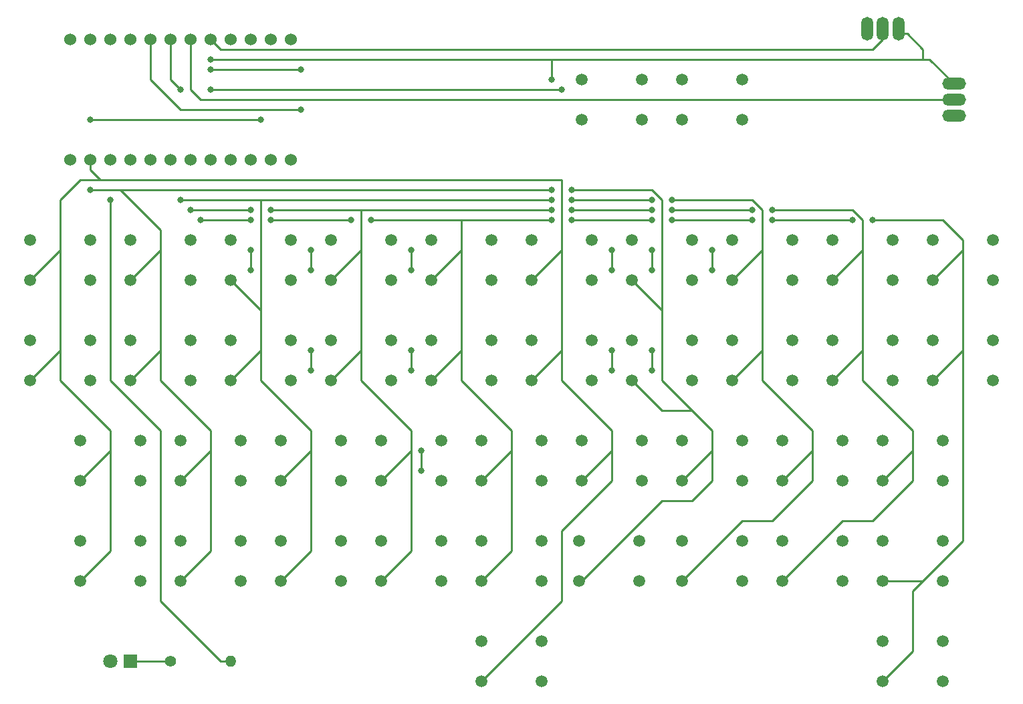
<source format=gbr>
%TF.GenerationSoftware,KiCad,Pcbnew,(6.0.1)*%
%TF.CreationDate,2022-06-29T12:54:24+01:00*%
%TF.ProjectId,Keyboard_mouse,4b657962-6f61-4726-945f-6d6f7573652e,rev?*%
%TF.SameCoordinates,Original*%
%TF.FileFunction,Copper,L1,Top*%
%TF.FilePolarity,Positive*%
%FSLAX46Y46*%
G04 Gerber Fmt 4.6, Leading zero omitted, Abs format (unit mm)*
G04 Created by KiCad (PCBNEW (6.0.1)) date 2022-06-29 12:54:24*
%MOMM*%
%LPD*%
G01*
G04 APERTURE LIST*
%TA.AperFunction,ComponentPad*%
%ADD10R,1.800000X1.800000*%
%TD*%
%TA.AperFunction,ComponentPad*%
%ADD11C,1.800000*%
%TD*%
%TA.AperFunction,ComponentPad*%
%ADD12C,1.400000*%
%TD*%
%TA.AperFunction,ComponentPad*%
%ADD13O,1.400000X1.400000*%
%TD*%
%TA.AperFunction,ComponentPad*%
%ADD14C,1.500000*%
%TD*%
%TA.AperFunction,ComponentPad*%
%ADD15C,1.524000*%
%TD*%
%TA.AperFunction,ComponentPad*%
%ADD16O,1.500000X3.000000*%
%TD*%
%TA.AperFunction,ComponentPad*%
%ADD17O,3.000000X1.500000*%
%TD*%
%TA.AperFunction,ViaPad*%
%ADD18C,0.800000*%
%TD*%
%TA.AperFunction,Conductor*%
%ADD19C,0.254000*%
%TD*%
G04 APERTURE END LIST*
D10*
%TO.P,D1,1,K*%
%TO.N,Net-(D1-Pad1)*%
X87630000Y-137160000D03*
D11*
%TO.P,D1,2,A*%
%TO.N,/16*%
X85090000Y-137160000D03*
%TD*%
D12*
%TO.P,R1,1*%
%TO.N,Net-(D1-Pad1)*%
X92710000Y-137160000D03*
D13*
%TO.P,R1,2*%
%TO.N,GND*%
X100330000Y-137160000D03*
%TD*%
D14*
%TO.P,SW26,1,1*%
%TO.N,/1*%
X151130000Y-88900000D03*
%TO.P,SW26,2,2*%
%TO.N,/9*%
X158750000Y-83820000D03*
%TO.P,SW26,3,3*%
%TO.N,unconnected-(SW26-Pad3)*%
X158750000Y-88900000D03*
%TO.P,SW26,4,4*%
%TO.N,unconnected-(SW26-Pad4)*%
X151130000Y-83820000D03*
%TD*%
%TO.P,SW22,1,1*%
%TO.N,/0*%
X138430000Y-88900000D03*
%TO.P,SW22,2,2*%
%TO.N,/9*%
X146050000Y-83820000D03*
%TO.P,SW22,3,3*%
%TO.N,unconnected-(SW22-Pad3)*%
X146050000Y-88900000D03*
%TO.P,SW22,4,4*%
%TO.N,unconnected-(SW22-Pad4)*%
X138430000Y-83820000D03*
%TD*%
%TO.P,SW23,1,1*%
%TO.N,/0*%
X138430000Y-101600000D03*
%TO.P,SW23,2,2*%
%TO.N,/10*%
X146050000Y-96520000D03*
%TO.P,SW23,3,3*%
%TO.N,unconnected-(SW23-Pad3)*%
X146050000Y-101600000D03*
%TO.P,SW23,4,4*%
%TO.N,unconnected-(SW23-Pad4)*%
X138430000Y-96520000D03*
%TD*%
%TO.P,SW3,1,1*%
%TO.N,/0*%
X81280000Y-114300000D03*
%TO.P,SW3,2,2*%
%TO.N,/7*%
X88900000Y-109220000D03*
%TO.P,SW3,3,3*%
%TO.N,unconnected-(SW3-Pad3)*%
X88900000Y-114300000D03*
%TO.P,SW3,4,4*%
%TO.N,unconnected-(SW3-Pad4)*%
X81280000Y-109220000D03*
%TD*%
%TO.P,SW42,1,1*%
%TO.N,VCC*%
X157480000Y-68580000D03*
%TO.P,SW42,2,2*%
%TO.N,/RIGHT*%
X165100000Y-63500000D03*
%TO.P,SW42,3,3*%
%TO.N,unconnected-(SW42-Pad3)*%
X165100000Y-68580000D03*
%TO.P,SW42,4,4*%
%TO.N,unconnected-(SW42-Pad4)*%
X157480000Y-63500000D03*
%TD*%
%TO.P,SW27,1,1*%
%TO.N,/1*%
X151130000Y-101600000D03*
%TO.P,SW27,2,2*%
%TO.N,/10*%
X158750000Y-96520000D03*
%TO.P,SW27,3,3*%
%TO.N,unconnected-(SW27-Pad3)*%
X158750000Y-101600000D03*
%TO.P,SW27,4,4*%
%TO.N,unconnected-(SW27-Pad4)*%
X151130000Y-96520000D03*
%TD*%
%TO.P,SW39,1,1*%
%TO.N,/4*%
X189230000Y-88900000D03*
%TO.P,SW39,2,2*%
%TO.N,/9*%
X196850000Y-83820000D03*
%TO.P,SW39,3,3*%
%TO.N,unconnected-(SW39-Pad3)*%
X196850000Y-88900000D03*
%TO.P,SW39,4,4*%
%TO.N,unconnected-(SW39-Pad4)*%
X189230000Y-83820000D03*
%TD*%
%TO.P,SW13,1,1*%
%TO.N,/3*%
X113030000Y-88900000D03*
%TO.P,SW13,2,2*%
%TO.N,/5*%
X120650000Y-83820000D03*
%TO.P,SW13,3,3*%
%TO.N,unconnected-(SW13-Pad3)*%
X120650000Y-88900000D03*
%TO.P,SW13,4,4*%
%TO.N,unconnected-(SW13-Pad4)*%
X113030000Y-83820000D03*
%TD*%
%TO.P,SW10,1,1*%
%TO.N,/2*%
X100330000Y-101600000D03*
%TO.P,SW10,2,2*%
%TO.N,/6*%
X107950000Y-96520000D03*
%TO.P,SW10,3,3*%
%TO.N,unconnected-(SW10-Pad3)*%
X107950000Y-101600000D03*
%TO.P,SW10,4,4*%
%TO.N,unconnected-(SW10-Pad4)*%
X100330000Y-96520000D03*
%TD*%
%TO.P,SW6,1,1*%
%TO.N,/1*%
X87630000Y-101600000D03*
%TO.P,SW6,2,2*%
%TO.N,/6*%
X95250000Y-96520000D03*
%TO.P,SW6,3,3*%
%TO.N,unconnected-(SW6-Pad3)*%
X95250000Y-101600000D03*
%TO.P,SW6,4,4*%
%TO.N,unconnected-(SW6-Pad4)*%
X87630000Y-96520000D03*
%TD*%
%TO.P,SW32,1,1*%
%TO.N,/2*%
X170180000Y-114300000D03*
%TO.P,SW32,2,2*%
%TO.N,/14*%
X177800000Y-109220000D03*
%TO.P,SW32,3,3*%
%TO.N,unconnected-(SW32-Pad3)*%
X177800000Y-114300000D03*
%TO.P,SW32,4,4*%
%TO.N,unconnected-(SW32-Pad4)*%
X170180000Y-109220000D03*
%TD*%
%TO.P,SW24,1,1*%
%TO.N,/0*%
X144780000Y-114300000D03*
%TO.P,SW24,2,2*%
%TO.N,/14*%
X152400000Y-109220000D03*
%TO.P,SW24,3,3*%
%TO.N,unconnected-(SW24-Pad3)*%
X152400000Y-114300000D03*
%TO.P,SW24,4,4*%
%TO.N,unconnected-(SW24-Pad4)*%
X144780000Y-109220000D03*
%TD*%
%TO.P,SW15,1,1*%
%TO.N,/3*%
X119380000Y-114300000D03*
%TO.P,SW15,2,2*%
%TO.N,/7*%
X127000000Y-109220000D03*
%TO.P,SW15,3,3*%
%TO.N,unconnected-(SW15-Pad3)*%
X127000000Y-114300000D03*
%TO.P,SW15,4,4*%
%TO.N,unconnected-(SW15-Pad4)*%
X119380000Y-109220000D03*
%TD*%
%TO.P,SW4,1,1*%
%TO.N,/0*%
X81280000Y-127000000D03*
%TO.P,SW4,2,2*%
%TO.N,/8*%
X88900000Y-121920000D03*
%TO.P,SW4,3,3*%
%TO.N,unconnected-(SW4-Pad3)*%
X88900000Y-127000000D03*
%TO.P,SW4,4,4*%
%TO.N,unconnected-(SW4-Pad4)*%
X81280000Y-121920000D03*
%TD*%
%TO.P,SW16,1,1*%
%TO.N,/3*%
X119380000Y-127000000D03*
%TO.P,SW16,2,2*%
%TO.N,/8*%
X127000000Y-121920000D03*
%TO.P,SW16,3,3*%
%TO.N,unconnected-(SW16-Pad3)*%
X127000000Y-127000000D03*
%TO.P,SW16,4,4*%
%TO.N,unconnected-(SW16-Pad4)*%
X119380000Y-121920000D03*
%TD*%
%TO.P,SW41,1,1*%
%TO.N,VCC*%
X144780000Y-68580000D03*
%TO.P,SW41,2,2*%
%TO.N,/LEFT*%
X152400000Y-63500000D03*
%TO.P,SW41,3,3*%
%TO.N,unconnected-(SW41-Pad3)*%
X152400000Y-68580000D03*
%TO.P,SW41,4,4*%
%TO.N,unconnected-(SW41-Pad4)*%
X144780000Y-63500000D03*
%TD*%
%TO.P,SW28,1,1*%
%TO.N,/1*%
X157480000Y-114300000D03*
%TO.P,SW28,2,2*%
%TO.N,/14*%
X165100000Y-109220000D03*
%TO.P,SW28,3,3*%
%TO.N,unconnected-(SW28-Pad3)*%
X165100000Y-114300000D03*
%TO.P,SW28,4,4*%
%TO.N,unconnected-(SW28-Pad4)*%
X157480000Y-109220000D03*
%TD*%
D15*
%TO.P,A1,0,RX1*%
%TO.N,/0*%
X82550000Y-73660000D03*
%TO.P,A1,1,TX0*%
%TO.N,/1*%
X80010000Y-73660000D03*
%TO.P,A1,2,2*%
%TO.N,/2*%
X90170000Y-73660000D03*
%TO.P,A1,3,3*%
%TO.N,/3*%
X92710000Y-73660000D03*
%TO.P,A1,4,4*%
%TO.N,/4*%
X95250000Y-73660000D03*
%TO.P,A1,5,5*%
%TO.N,/5*%
X97790000Y-73660000D03*
%TO.P,A1,6,6*%
%TO.N,/6*%
X100330000Y-73660000D03*
%TO.P,A1,7,7*%
%TO.N,/7*%
X102870000Y-73660000D03*
%TO.P,A1,8,8*%
%TO.N,/8*%
X105410000Y-73660000D03*
%TO.P,A1,9,9*%
%TO.N,/9*%
X107950000Y-73660000D03*
%TO.P,A1,10,10*%
%TO.N,/10*%
X107950000Y-58420000D03*
%TO.P,A1,11,GND*%
%TO.N,GND*%
X85090000Y-73660000D03*
%TO.P,A1,12,GND*%
X87630000Y-73660000D03*
%TO.P,A1,14,14*%
%TO.N,/14*%
X102870000Y-58420000D03*
%TO.P,A1,15,15*%
%TO.N,/15*%
X100330000Y-58420000D03*
%TO.P,A1,16,16*%
%TO.N,/16*%
X105410000Y-58420000D03*
%TO.P,A1,18,A0*%
%TO.N,/X*%
X97790000Y-58420000D03*
%TO.P,A1,19,A1*%
%TO.N,/Y*%
X95250000Y-58420000D03*
%TO.P,A1,20,A2*%
%TO.N,/LEFT*%
X92710000Y-58420000D03*
%TO.P,A1,21,A3*%
%TO.N,/RIGHT*%
X90170000Y-58420000D03*
%TO.P,A1,22,VCC*%
%TO.N,VCC*%
X87630000Y-58420000D03*
%TO.P,A1,23,RST*%
%TO.N,unconnected-(A1-Pad23)*%
X85090000Y-58420000D03*
%TO.P,A1,24,GND*%
%TO.N,GND*%
X82550000Y-58420000D03*
%TO.P,A1,25,RAW*%
%TO.N,unconnected-(A1-Pad25)*%
X80010000Y-58420000D03*
%TD*%
D14*
%TO.P,SW14,1,1*%
%TO.N,/3*%
X113030000Y-101600000D03*
%TO.P,SW14,2,2*%
%TO.N,/6*%
X120650000Y-96520000D03*
%TO.P,SW14,3,3*%
%TO.N,unconnected-(SW14-Pad3)*%
X120650000Y-101600000D03*
%TO.P,SW14,4,4*%
%TO.N,unconnected-(SW14-Pad4)*%
X113030000Y-96520000D03*
%TD*%
%TO.P,SW12,1,1*%
%TO.N,/2*%
X106680000Y-127000000D03*
%TO.P,SW12,2,2*%
%TO.N,/8*%
X114300000Y-121920000D03*
%TO.P,SW12,3,3*%
%TO.N,unconnected-(SW12-Pad3)*%
X114300000Y-127000000D03*
%TO.P,SW12,4,4*%
%TO.N,unconnected-(SW12-Pad4)*%
X106680000Y-121920000D03*
%TD*%
%TO.P,SW40,1,1*%
%TO.N,/4*%
X189230000Y-101600000D03*
%TO.P,SW40,2,2*%
%TO.N,/10*%
X196850000Y-96520000D03*
%TO.P,SW40,3,3*%
%TO.N,unconnected-(SW40-Pad3)*%
X196850000Y-101600000D03*
%TO.P,SW40,4,4*%
%TO.N,unconnected-(SW40-Pad4)*%
X189230000Y-96520000D03*
%TD*%
D16*
%TO.P,VR1,1,GND*%
%TO.N,GND*%
X180880000Y-57040000D03*
%TO.P,VR1,2,X*%
%TO.N,/X*%
X182880000Y-57040000D03*
%TO.P,VR1,3,VCC*%
%TO.N,VCC*%
X184880000Y-57040000D03*
D17*
%TO.P,VR1,4,VCC*%
X191880000Y-64040000D03*
%TO.P,VR1,5,Y*%
%TO.N,/Y*%
X191880000Y-66040000D03*
%TO.P,VR1,6,GND*%
%TO.N,GND*%
X191880000Y-68040000D03*
%TD*%
D14*
%TO.P,SW31,1,1*%
%TO.N,/2*%
X163830000Y-101600000D03*
%TO.P,SW31,2,2*%
%TO.N,/10*%
X171450000Y-96520000D03*
%TO.P,SW31,3,3*%
%TO.N,unconnected-(SW31-Pad3)*%
X171450000Y-101600000D03*
%TO.P,SW31,4,4*%
%TO.N,unconnected-(SW31-Pad4)*%
X163830000Y-96520000D03*
%TD*%
%TO.P,SW9,1,1*%
%TO.N,/2*%
X100330000Y-88900000D03*
%TO.P,SW9,2,2*%
%TO.N,/5*%
X107950000Y-83820000D03*
%TO.P,SW9,3,3*%
%TO.N,unconnected-(SW9-Pad3)*%
X107950000Y-88900000D03*
%TO.P,SW9,4,4*%
%TO.N,unconnected-(SW9-Pad4)*%
X100330000Y-83820000D03*
%TD*%
%TO.P,SW38,1,1*%
%TO.N,/4*%
X182880000Y-139700000D03*
%TO.P,SW38,2,2*%
%TO.N,/15*%
X190500000Y-134620000D03*
%TO.P,SW38,3,3*%
%TO.N,unconnected-(SW38-Pad3)*%
X190500000Y-139700000D03*
%TO.P,SW38,4,4*%
%TO.N,unconnected-(SW38-Pad4)*%
X182880000Y-134620000D03*
%TD*%
%TO.P,SW36,1,1*%
%TO.N,/3*%
X182880000Y-114300000D03*
%TO.P,SW36,2,2*%
%TO.N,/14*%
X190500000Y-109220000D03*
%TO.P,SW36,3,3*%
%TO.N,unconnected-(SW36-Pad3)*%
X190500000Y-114300000D03*
%TO.P,SW36,4,4*%
%TO.N,unconnected-(SW36-Pad4)*%
X182880000Y-109220000D03*
%TD*%
%TO.P,SW17,1,1*%
%TO.N,/4*%
X125730000Y-88900000D03*
%TO.P,SW17,2,2*%
%TO.N,/5*%
X133350000Y-83820000D03*
%TO.P,SW17,3,3*%
%TO.N,unconnected-(SW17-Pad3)*%
X133350000Y-88900000D03*
%TO.P,SW17,4,4*%
%TO.N,unconnected-(SW17-Pad4)*%
X125730000Y-83820000D03*
%TD*%
%TO.P,SW8,1,1*%
%TO.N,/1*%
X93980000Y-127000000D03*
%TO.P,SW8,2,2*%
%TO.N,/8*%
X101600000Y-121920000D03*
%TO.P,SW8,3,3*%
%TO.N,unconnected-(SW8-Pad3)*%
X101600000Y-127000000D03*
%TO.P,SW8,4,4*%
%TO.N,unconnected-(SW8-Pad4)*%
X93980000Y-121920000D03*
%TD*%
%TO.P,SW20,1,1*%
%TO.N,/4*%
X132080000Y-127000000D03*
%TO.P,SW20,2,2*%
%TO.N,/8*%
X139700000Y-121920000D03*
%TO.P,SW20,3,3*%
%TO.N,unconnected-(SW20-Pad3)*%
X139700000Y-127000000D03*
%TO.P,SW20,4,4*%
%TO.N,unconnected-(SW20-Pad4)*%
X132080000Y-121920000D03*
%TD*%
%TO.P,SW2,1,1*%
%TO.N,/0*%
X74930000Y-101600000D03*
%TO.P,SW2,2,2*%
%TO.N,/6*%
X82550000Y-96520000D03*
%TO.P,SW2,3,3*%
%TO.N,unconnected-(SW2-Pad3)*%
X82550000Y-101600000D03*
%TO.P,SW2,4,4*%
%TO.N,unconnected-(SW2-Pad4)*%
X74930000Y-96520000D03*
%TD*%
%TO.P,SW33,1,1*%
%TO.N,/3*%
X170180000Y-127000000D03*
%TO.P,SW33,2,2*%
%TO.N,/15*%
X177800000Y-121920000D03*
%TO.P,SW33,3,3*%
%TO.N,unconnected-(SW33-Pad3)*%
X177800000Y-127000000D03*
%TO.P,SW33,4,4*%
%TO.N,unconnected-(SW33-Pad4)*%
X170180000Y-121920000D03*
%TD*%
%TO.P,SW7,1,1*%
%TO.N,/1*%
X93980000Y-114300000D03*
%TO.P,SW7,2,2*%
%TO.N,/7*%
X101600000Y-109220000D03*
%TO.P,SW7,3,3*%
%TO.N,unconnected-(SW7-Pad3)*%
X101600000Y-114300000D03*
%TO.P,SW7,4,4*%
%TO.N,unconnected-(SW7-Pad4)*%
X93980000Y-109220000D03*
%TD*%
%TO.P,SW18,1,1*%
%TO.N,/4*%
X125730000Y-101600000D03*
%TO.P,SW18,2,2*%
%TO.N,/6*%
X133350000Y-96520000D03*
%TO.P,SW18,3,3*%
%TO.N,unconnected-(SW18-Pad3)*%
X133350000Y-101600000D03*
%TO.P,SW18,4,4*%
%TO.N,unconnected-(SW18-Pad4)*%
X125730000Y-96520000D03*
%TD*%
%TO.P,SW1,1,1*%
%TO.N,/0*%
X74930000Y-88900000D03*
%TO.P,SW1,2,2*%
%TO.N,/5*%
X82550000Y-83820000D03*
%TO.P,SW1,3,3*%
%TO.N,unconnected-(SW1-Pad3)*%
X82550000Y-88900000D03*
%TO.P,SW1,4,4*%
%TO.N,unconnected-(SW1-Pad4)*%
X74930000Y-83820000D03*
%TD*%
%TO.P,SW29,1,1*%
%TO.N,/2*%
X157480000Y-127000000D03*
%TO.P,SW29,2,2*%
%TO.N,/15*%
X165100000Y-121920000D03*
%TO.P,SW29,3,3*%
%TO.N,unconnected-(SW29-Pad3)*%
X165100000Y-127000000D03*
%TO.P,SW29,4,4*%
%TO.N,unconnected-(SW29-Pad4)*%
X157480000Y-121920000D03*
%TD*%
%TO.P,SW25,1,1*%
%TO.N,/1*%
X144440000Y-127000000D03*
%TO.P,SW25,2,2*%
%TO.N,/15*%
X152060000Y-121920000D03*
%TO.P,SW25,3,3*%
%TO.N,unconnected-(SW25-Pad3)*%
X152060000Y-127000000D03*
%TO.P,SW25,4,4*%
%TO.N,unconnected-(SW25-Pad4)*%
X144440000Y-121920000D03*
%TD*%
%TO.P,SW19,1,1*%
%TO.N,/4*%
X132080000Y-114300000D03*
%TO.P,SW19,2,2*%
%TO.N,/7*%
X139700000Y-109220000D03*
%TO.P,SW19,3,3*%
%TO.N,unconnected-(SW19-Pad3)*%
X139700000Y-114300000D03*
%TO.P,SW19,4,4*%
%TO.N,unconnected-(SW19-Pad4)*%
X132080000Y-109220000D03*
%TD*%
%TO.P,SW21,1,1*%
%TO.N,/0*%
X132080000Y-139700000D03*
%TO.P,SW21,2,2*%
%TO.N,/15*%
X139700000Y-134620000D03*
%TO.P,SW21,3,3*%
%TO.N,unconnected-(SW21-Pad3)*%
X139700000Y-139700000D03*
%TO.P,SW21,4,4*%
%TO.N,unconnected-(SW21-Pad4)*%
X132080000Y-134620000D03*
%TD*%
%TO.P,SW35,1,1*%
%TO.N,/3*%
X176530000Y-101600000D03*
%TO.P,SW35,2,2*%
%TO.N,/10*%
X184150000Y-96520000D03*
%TO.P,SW35,3,3*%
%TO.N,unconnected-(SW35-Pad3)*%
X184150000Y-101600000D03*
%TO.P,SW35,4,4*%
%TO.N,unconnected-(SW35-Pad4)*%
X176530000Y-96520000D03*
%TD*%
%TO.P,SW37,1,1*%
%TO.N,/4*%
X182880000Y-127000000D03*
%TO.P,SW37,2,2*%
%TO.N,/14*%
X190500000Y-121920000D03*
%TO.P,SW37,3,3*%
%TO.N,unconnected-(SW37-Pad3)*%
X190500000Y-127000000D03*
%TO.P,SW37,4,4*%
%TO.N,unconnected-(SW37-Pad4)*%
X182880000Y-121920000D03*
%TD*%
%TO.P,SW11,1,1*%
%TO.N,/2*%
X106680000Y-114300000D03*
%TO.P,SW11,2,2*%
%TO.N,/7*%
X114300000Y-109220000D03*
%TO.P,SW11,3,3*%
%TO.N,unconnected-(SW11-Pad3)*%
X114300000Y-114300000D03*
%TO.P,SW11,4,4*%
%TO.N,unconnected-(SW11-Pad4)*%
X106680000Y-109220000D03*
%TD*%
%TO.P,SW30,1,1*%
%TO.N,/2*%
X163830000Y-88900000D03*
%TO.P,SW30,2,2*%
%TO.N,/9*%
X171450000Y-83820000D03*
%TO.P,SW30,3,3*%
%TO.N,unconnected-(SW30-Pad3)*%
X171450000Y-88900000D03*
%TO.P,SW30,4,4*%
%TO.N,unconnected-(SW30-Pad4)*%
X163830000Y-83820000D03*
%TD*%
%TO.P,SW5,1,1*%
%TO.N,/1*%
X87630000Y-88900000D03*
%TO.P,SW5,2,2*%
%TO.N,/5*%
X95250000Y-83820000D03*
%TO.P,SW5,3,3*%
%TO.N,unconnected-(SW5-Pad3)*%
X95250000Y-88900000D03*
%TO.P,SW5,4,4*%
%TO.N,unconnected-(SW5-Pad4)*%
X87630000Y-83820000D03*
%TD*%
%TO.P,SW34,1,1*%
%TO.N,/3*%
X176530000Y-88900000D03*
%TO.P,SW34,2,2*%
%TO.N,/9*%
X184150000Y-83820000D03*
%TO.P,SW34,3,3*%
%TO.N,unconnected-(SW34-Pad3)*%
X184150000Y-88900000D03*
%TO.P,SW34,4,4*%
%TO.N,unconnected-(SW34-Pad4)*%
X176530000Y-83820000D03*
%TD*%
D18*
%TO.N,GND*%
X97790000Y-62230000D03*
X85090000Y-78740000D03*
X109220000Y-62230000D03*
%TO.N,VCC*%
X140970000Y-63500000D03*
X97790000Y-60960000D03*
%TO.N,/7*%
X110490000Y-85090000D03*
X110490000Y-97790000D03*
X110490000Y-100330000D03*
X110490000Y-87630000D03*
%TO.N,/6*%
X102870000Y-87630000D03*
X102870000Y-85090000D03*
%TO.N,/1*%
X82550000Y-77470000D03*
X140970000Y-77470000D03*
X143510000Y-77470000D03*
%TO.N,/8*%
X123190000Y-100330000D03*
X123190000Y-85090000D03*
X124460000Y-113030000D03*
X124460000Y-110490000D03*
X123190000Y-87630000D03*
X123190000Y-97790000D03*
%TO.N,/4*%
X115570000Y-81280000D03*
X143510000Y-81280000D03*
X166370000Y-81280000D03*
X118110000Y-81280000D03*
X140970000Y-81280000D03*
X179070000Y-81280000D03*
X168910000Y-81280000D03*
X96520000Y-81280000D03*
X181610000Y-81280000D03*
X102870000Y-81280000D03*
X153670000Y-81280000D03*
X156210000Y-81280000D03*
X105410000Y-81280000D03*
%TO.N,/10*%
X161290000Y-85090000D03*
X161290000Y-87630000D03*
%TO.N,/2*%
X140970000Y-78740000D03*
X93980000Y-78740000D03*
X153670000Y-78740000D03*
X156210000Y-78740000D03*
X143510000Y-78740000D03*
%TO.N,/3*%
X166370000Y-80010000D03*
X156210000Y-80010000D03*
X95250000Y-80010000D03*
X105410000Y-80010000D03*
X102870000Y-80010000D03*
X143510000Y-80010000D03*
X168910000Y-80010000D03*
X153670000Y-80010000D03*
X140970000Y-80010000D03*
%TO.N,/14*%
X153670000Y-97790000D03*
X153670000Y-85090000D03*
X153670000Y-87630000D03*
X153670000Y-100330000D03*
%TO.N,/15*%
X148590000Y-87630000D03*
X148590000Y-100330000D03*
X148590000Y-97790000D03*
X148590000Y-85090000D03*
%TO.N,/16*%
X104140000Y-68580000D03*
X82550000Y-68580000D03*
%TO.N,/LEFT*%
X93980000Y-64770000D03*
X97790000Y-64770000D03*
X142240000Y-64770000D03*
%TO.N,/RIGHT*%
X109220000Y-67310000D03*
%TD*%
D19*
%TO.N,Net-(D1-Pad1)*%
X87630000Y-137160000D02*
X92710000Y-137160000D01*
%TO.N,GND*%
X97790000Y-62230000D02*
X109220000Y-62230000D01*
X100330000Y-137160000D02*
X99060000Y-137160000D01*
X91440000Y-129540000D02*
X91440000Y-107950000D01*
X91440000Y-107950000D02*
X85090000Y-101600000D01*
X85090000Y-101600000D02*
X85090000Y-78740000D01*
X99060000Y-137160000D02*
X91440000Y-129540000D01*
%TO.N,VCC*%
X185960004Y-57690004D02*
X187960000Y-59690000D01*
X184879996Y-57690004D02*
X185960004Y-57690004D01*
X140970000Y-60960000D02*
X140970000Y-63500000D01*
X140970000Y-60960000D02*
X97790000Y-60960000D01*
X188800000Y-60960000D02*
X140970000Y-60960000D01*
X191880000Y-64040000D02*
X188800000Y-60960000D01*
X187960000Y-60960000D02*
X188150000Y-60960000D01*
X184880000Y-57040000D02*
X184880000Y-57690000D01*
X187960000Y-59690000D02*
X187960000Y-60960000D01*
%TO.N,/0*%
X82550000Y-73660000D02*
X82550000Y-74930000D01*
X78740000Y-78740000D02*
X78740000Y-101600000D01*
X82550000Y-74930000D02*
X83820000Y-76200000D01*
X142240000Y-129540000D02*
X132080000Y-139700000D01*
X148590000Y-110490000D02*
X144780000Y-114300000D01*
X81280000Y-127000000D02*
X85090000Y-123190000D01*
X142240000Y-120650000D02*
X142240000Y-129540000D01*
X142240000Y-76200000D02*
X81280000Y-76200000D01*
X142240000Y-88900000D02*
X142240000Y-101600000D01*
X138430000Y-88900000D02*
X142240000Y-85090000D01*
X74930000Y-88900000D02*
X78740000Y-85090000D01*
X148590000Y-114300000D02*
X142240000Y-120650000D01*
X85090000Y-107950000D02*
X85090000Y-123190000D01*
X142240000Y-88900000D02*
X142240000Y-76200000D01*
X148590000Y-107950000D02*
X148590000Y-114300000D01*
X142240000Y-97790000D02*
X138430000Y-101600000D01*
X78740000Y-97790000D02*
X74930000Y-101600000D01*
X142240000Y-101600000D02*
X148590000Y-107950000D01*
X78740000Y-101600000D02*
X85090000Y-107950000D01*
X81280000Y-76200000D02*
X78740000Y-78740000D01*
X85090000Y-110490000D02*
X81280000Y-114300000D01*
%TO.N,/7*%
X110490000Y-97790000D02*
X110490000Y-100330000D01*
X110490000Y-85090000D02*
X110490000Y-87630000D01*
%TO.N,/6*%
X102870000Y-85090000D02*
X102870000Y-87630000D01*
%TO.N,/1*%
X154940000Y-105410000D02*
X158750000Y-105410000D01*
X144780000Y-127000000D02*
X154940000Y-116840000D01*
X143510000Y-77470000D02*
X153670000Y-77470000D01*
X86360000Y-77470000D02*
X91440000Y-82550000D01*
X144440000Y-127000000D02*
X144780000Y-127000000D01*
X97790000Y-123190000D02*
X93980000Y-127000000D01*
X151130000Y-101600000D02*
X154940000Y-105410000D01*
X91440000Y-97790000D02*
X87630000Y-101600000D01*
X91440000Y-82550000D02*
X91440000Y-101600000D01*
X151130000Y-88900000D02*
X154940000Y-92710000D01*
X97790000Y-110490000D02*
X93980000Y-114300000D01*
X97790000Y-107950000D02*
X97790000Y-123190000D01*
X82550000Y-77470000D02*
X140970000Y-77470000D01*
X154940000Y-116840000D02*
X158750000Y-116840000D01*
X91440000Y-101600000D02*
X97790000Y-107950000D01*
X158750000Y-116840000D02*
X161290000Y-114300000D01*
X161290000Y-107950000D02*
X161290000Y-114300000D01*
X158750000Y-105410000D02*
X160020000Y-106680000D01*
X154940000Y-88900000D02*
X154940000Y-101600000D01*
X87630000Y-88900000D02*
X91440000Y-85090000D01*
X161290000Y-110490000D02*
X157480000Y-114300000D01*
X153670000Y-77470000D02*
X154940000Y-78740000D01*
X154940000Y-78740000D02*
X154940000Y-88900000D01*
X160020000Y-106680000D02*
X161290000Y-107950000D01*
X154940000Y-101600000D02*
X160020000Y-106680000D01*
%TO.N,/8*%
X124460000Y-110490000D02*
X124460000Y-113030000D01*
X123190000Y-85090000D02*
X123190000Y-87630000D01*
X123190000Y-97790000D02*
X123190000Y-100330000D01*
%TO.N,/4*%
X143510000Y-81280000D02*
X153670000Y-81280000D01*
X125730000Y-88900000D02*
X129540000Y-85090000D01*
X187960000Y-127000000D02*
X186690000Y-128270000D01*
X96520000Y-81280000D02*
X102870000Y-81280000D01*
X193040000Y-121920000D02*
X187960000Y-127000000D01*
X168910000Y-81280000D02*
X179070000Y-81280000D01*
X156210000Y-81280000D02*
X166370000Y-81280000D01*
X193040000Y-97790000D02*
X189230000Y-101600000D01*
X135890000Y-110490000D02*
X132080000Y-114300000D01*
X187960000Y-127000000D02*
X186690000Y-127000000D01*
X118110000Y-81280000D02*
X129540000Y-81280000D01*
X186690000Y-128270000D02*
X186690000Y-135890000D01*
X186690000Y-135890000D02*
X182880000Y-139700000D01*
X135890000Y-123190000D02*
X132080000Y-127000000D01*
X105410000Y-81280000D02*
X115570000Y-81280000D01*
X129540000Y-81280000D02*
X140970000Y-81280000D01*
X182880000Y-127000000D02*
X186690000Y-127000000D01*
X129540000Y-97790000D02*
X125730000Y-101600000D01*
X129540000Y-81280000D02*
X129540000Y-101600000D01*
X181610000Y-81280000D02*
X190500000Y-81280000D01*
X135890000Y-107950000D02*
X135890000Y-123190000D01*
X193040000Y-85090000D02*
X193040000Y-88900000D01*
X193040000Y-101600000D02*
X193040000Y-121920000D01*
X193040000Y-83820000D02*
X193040000Y-85090000D01*
X190500000Y-81280000D02*
X193040000Y-83820000D01*
X129540000Y-101600000D02*
X135890000Y-107950000D01*
X189230000Y-88900000D02*
X193040000Y-85090000D01*
X193040000Y-88900000D02*
X193040000Y-101600000D01*
%TO.N,/10*%
X161290000Y-85090000D02*
X161290000Y-87630000D01*
%TO.N,/2*%
X110490000Y-114300000D02*
X110490000Y-110490000D01*
X104140000Y-78740000D02*
X140970000Y-78740000D01*
X156210000Y-78740000D02*
X166370000Y-78740000D01*
X173990000Y-114300000D02*
X168910000Y-119380000D01*
X165100000Y-119380000D02*
X157480000Y-127000000D01*
X143510000Y-78740000D02*
X153670000Y-78740000D01*
X100330000Y-88900000D02*
X104140000Y-92710000D01*
X104140000Y-101600000D02*
X110490000Y-107950000D01*
X173990000Y-107950000D02*
X173990000Y-114300000D01*
X110490000Y-123190000D02*
X106680000Y-127000000D01*
X167640000Y-80010000D02*
X167640000Y-88900000D01*
X167640000Y-97790000D02*
X163830000Y-101600000D01*
X110490000Y-110490000D02*
X106680000Y-114300000D01*
X104140000Y-97790000D02*
X100330000Y-101600000D01*
X168910000Y-119380000D02*
X165100000Y-119380000D01*
X173990000Y-110490000D02*
X170180000Y-114300000D01*
X167640000Y-88900000D02*
X167640000Y-101600000D01*
X110490000Y-107950000D02*
X110490000Y-114300000D01*
X167640000Y-101600000D02*
X173990000Y-107950000D01*
X163830000Y-88900000D02*
X167640000Y-85090000D01*
X166370000Y-78740000D02*
X167640000Y-80010000D01*
X110490000Y-114300000D02*
X110490000Y-123190000D01*
X93980000Y-78740000D02*
X104140000Y-78740000D01*
X104140000Y-78740000D02*
X104140000Y-88900000D01*
X104140000Y-88900000D02*
X104140000Y-101600000D01*
%TO.N,/3*%
X168910000Y-80010000D02*
X179070000Y-80010000D01*
X186690000Y-114300000D02*
X181610000Y-119380000D01*
X180340000Y-97790000D02*
X176530000Y-101600000D01*
X143510000Y-80010000D02*
X153670000Y-80010000D01*
X179070000Y-80010000D02*
X180340000Y-81280000D01*
X177800000Y-119380000D02*
X170180000Y-127000000D01*
X156210000Y-80010000D02*
X166370000Y-80010000D01*
X180340000Y-81280000D02*
X180340000Y-101600000D01*
X116840000Y-101600000D02*
X123190000Y-107950000D01*
X123190000Y-110490000D02*
X119380000Y-114300000D01*
X176530000Y-88900000D02*
X180340000Y-85090000D01*
X116840000Y-97790000D02*
X113030000Y-101600000D01*
X95250000Y-80010000D02*
X102870000Y-80010000D01*
X123190000Y-123190000D02*
X119380000Y-127000000D01*
X113030000Y-88900000D02*
X116840000Y-85090000D01*
X116840000Y-80010000D02*
X140970000Y-80010000D01*
X186690000Y-107950000D02*
X186690000Y-114300000D01*
X116840000Y-80010000D02*
X116840000Y-101600000D01*
X181610000Y-119380000D02*
X177800000Y-119380000D01*
X123190000Y-107950000D02*
X123190000Y-123190000D01*
X186690000Y-110490000D02*
X182880000Y-114300000D01*
X180340000Y-101600000D02*
X186690000Y-107950000D01*
X105410000Y-80010000D02*
X116840000Y-80010000D01*
%TO.N,/X*%
X182880000Y-58420000D02*
X181610000Y-59690000D01*
X181610000Y-59690000D02*
X99060000Y-59690000D01*
X99060000Y-59690000D02*
X97790000Y-58420000D01*
X182880000Y-57040000D02*
X182880000Y-58420000D01*
%TO.N,/Y*%
X95250000Y-64770000D02*
X95250000Y-58420000D01*
X191880000Y-66040000D02*
X96520000Y-66040000D01*
X96520000Y-66040000D02*
X95250000Y-64770000D01*
%TO.N,/14*%
X153670000Y-87630000D02*
X153670000Y-85090000D01*
X153670000Y-97790000D02*
X153670000Y-100330000D01*
%TO.N,/15*%
X148590000Y-85090000D02*
X148590000Y-87630000D01*
X148590000Y-97790000D02*
X148590000Y-100330000D01*
%TO.N,/16*%
X104140000Y-68580000D02*
X82550000Y-68580000D01*
%TO.N,/LEFT*%
X142240000Y-64770000D02*
X97790000Y-64770000D01*
X93980000Y-64770000D02*
X92710000Y-63500000D01*
X92710000Y-63500000D02*
X92710000Y-58420000D01*
%TO.N,/RIGHT*%
X109220000Y-67310000D02*
X93980000Y-67310000D01*
X93980000Y-67310000D02*
X90170000Y-63500000D01*
X90170000Y-63500000D02*
X90170000Y-58420000D01*
%TD*%
M02*

</source>
